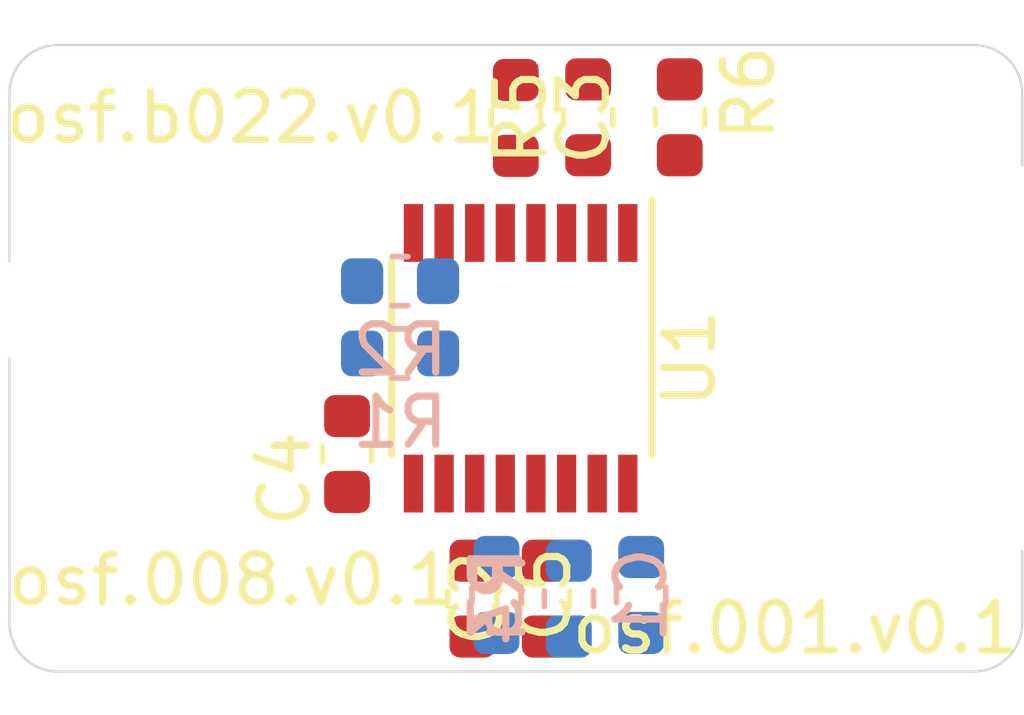
<source format=kicad_pcb>
(kicad_pcb (version 20211014) (generator pcbnew)
  (layers (0 "F.Cu" signal) (1 "In1.Cu" signal) (2 "In2.Cu" signal) (31 "B.Cu" signal) (34 "B.Paste" user) (35 "F.Paste" user) (36 "B.SilkS" user "B.Silkscreen") (37 "F.SilkS" user "F.Silkscreen") (38 "B.Mask" user) (39 "F.Mask" user) (44 "Edge.Cuts" user))
  (net 0 "")
  (net 1 "GND")
  (net 2 "Net-(C1-Pad1)")
  (net 3 "+3V3")
  (net 4 "/Sheet603703E3/DM")
  (net 5 "/Sheet603703E3/DP")
  (net 6 "+5V")
  (net 7 "Net-(R1-Pad2)")
  (net 8 "Net-(R2-Pad2)")
  (net 9 "/Sheet603703E3/SDA")
  (net 10 "/Sheet603703E3/SCL")
  (net 11 "/Sheet603703E3/CS")
  (footprint "Capacitor_SMD:C_0603_1608Metric" (layer "F.Cu") (at 139.6 111.4875 -90)
    (fp_text reference "C2" (at 0 -0.1 90) (layer "F.SilkS"))
    (fp_text value "100nF")
    (fp_line (start -0.162779 0.51) (end 0.162779 0.51) (layer "F.SilkS") (width 0.12))
    (fp_line (start -0.162779 -0.51) (end 0.162779 -0.51) (layer "F.SilkS") (width 0.12))
    (pad "1" smd roundrect locked (at -0.7875 0 270) (size 0.875 0.95) (layers "F.Cu" "F.Paste" "F.Mask") (net 3 "+3V3"))
    (pad "2" smd roundrect locked (at 0.7875 0 270) (size 0.875 0.95) (layers "F.Cu" "F.Paste" "F.Mask") (net 1 "GND"))
  )
  (footprint "Capacitor_SMD:C_0603_1608Metric" (layer "F.Cu") (at 142 101.5 90)
    (fp_text reference "C3" (at 0 -0.1 90) (layer "F.SilkS"))
    (fp_text value "100nF")
    (fp_line (start -0.162779 0.51) (end 0.162779 0.51) (layer "F.SilkS") (width 0.12))
    (fp_line (start -0.162779 -0.51) (end 0.162779 -0.51) (layer "F.SilkS") (width 0.12))
    (pad "1" smd roundrect locked (at -0.7875 0 90) (size 0.875 0.95) (layers "F.Cu" "F.Paste" "F.Mask") (net 3 "+3V3"))
    (pad "2" smd roundrect locked (at 0.7875 0 90) (size 0.875 0.95) (layers "F.Cu" "F.Paste" "F.Mask") (net 1 "GND"))
  )
  (footprint "Capacitor_SMD:C_0603_1608Metric" (layer "F.Cu") (at 137 108.4875 -90)
    (fp_text reference "C4" (at 0.5125 1.3 90) (layer "F.SilkS"))
    (fp_text value "4.7uF")
    (fp_line (start -0.162779 0.51) (end 0.162779 0.51) (layer "F.SilkS") (width 0.12))
    (fp_line (start -0.162779 -0.51) (end 0.162779 -0.51) (layer "F.SilkS") (width 0.12))
    (pad "1" smd roundrect locked (at -0.7875 0 270) (size 0.875 0.95) (layers "F.Cu" "F.Paste" "F.Mask") (net 6 "+5V"))
    (pad "2" smd roundrect locked (at 0.7875 0 270) (size 0.875 0.95) (layers "F.Cu" "F.Paste" "F.Mask") (net 1 "GND"))
  )
  (footprint "Capacitor_SMD:C_0603_1608Metric" (layer "F.Cu") (at 141.1 111.4875 -90)
    (fp_text reference "C5" (at -0.0875 0 90) (layer "F.SilkS"))
    (fp_text value "100nF")
    (fp_line (start -0.162779 -0.51) (end 0.162779 -0.51) (layer "F.SilkS") (width 0.12))
    (fp_line (start -0.162779 0.51) (end 0.162779 0.51) (layer "F.SilkS") (width 0.12))
    (pad "1" smd roundrect locked (at -0.7875 0 270) (size 0.875 0.95) (layers "F.Cu" "F.Paste" "F.Mask") (net 6 "+5V"))
    (pad "2" smd roundrect locked (at 0.7875 0 270) (size 0.875 0.95) (layers "F.Cu" "F.Paste" "F.Mask") (net 1 "GND"))
  )
  (footprint "Resistor_SMD:R_0603_1608Metric" (layer "F.Cu") (at 140.5 101.5125 -90)
    (fp_text reference "R5" (at -0.0125 -0.1 90) (layer "F.SilkS"))
    (fp_text value "1k")
    (fp_line (start -0.162779 -0.51) (end 0.162779 -0.51) (layer "F.SilkS") (width 0.12))
    (fp_line (start -0.162779 0.51) (end 0.162779 0.51) (layer "F.SilkS") (width 0.12))
    (pad "1" smd roundrect locked (at -0.7875 0 270) (size 0.875 0.95) (layers "F.Cu" "F.Paste" "F.Mask") (net 3 "+3V3"))
    (pad "2" smd roundrect locked (at 0.7875 0 270) (size 0.875 0.95) (layers "F.Cu" "F.Paste" "F.Mask") (net 9 "/Sheet603703E3/SDA"))
  )
  (footprint "Resistor_SMD:R_0603_1608Metric" (layer "F.Cu") (at 143.9 101.5 -90)
    (fp_text reference "R6" (at -0.5 -1.43 90) (layer "F.SilkS"))
    (fp_text value "1k")
    (fp_line (start -0.162779 -0.51) (end 0.162779 -0.51) (layer "F.SilkS") (width 0.12))
    (fp_line (start -0.162779 0.51) (end 0.162779 0.51) (layer "F.SilkS") (width 0.12))
    (pad "1" smd roundrect locked (at -0.7875 0 270) (size 0.875 0.95) (layers "F.Cu" "F.Paste" "F.Mask") (net 3 "+3V3"))
    (pad "2" smd roundrect locked (at 0.7875 0 270) (size 0.875 0.95) (layers "F.Cu" "F.Paste" "F.Mask") (net 10 "/Sheet603703E3/SCL"))
  )
  (footprint "Package_SO:SSOP-16_3.9x4.9mm_P0.635mm" (layer "F.Cu") (at 140.6 106.5 -90)
    (fp_text reference "U1" (at 0 -3.5 90) (layer "F.SilkS"))
    (fp_text value "FT201XS")
    (fp_line (start -3.275 -2.725) (end 2 -2.725) (layer "F.SilkS") (width 0.15))
    (fp_line (start -2 2.675) (end 2 2.675) (layer "F.SilkS") (width 0.15))
    (pad "1" smd rect locked (at -2.6 -2.2225 270) (size 1.2 0.4) (layers "F.Cu" "F.Paste" "F.Mask"))
    (pad "2" smd rect locked (at -2.6 -1.5875 270) (size 1.2 0.4) (layers "F.Cu" "F.Paste" "F.Mask") (net 10 "/Sheet603703E3/SCL"))
    (pad "3" smd rect locked (at -2.6 -0.9525 270) (size 1.2 0.4) (layers "F.Cu" "F.Paste" "F.Mask") (net 3 "+3V3"))
    (pad "4" smd rect locked (at -2.6 -0.3175 270) (size 1.2 0.4) (layers "F.Cu" "F.Paste" "F.Mask") (net 9 "/Sheet603703E3/SDA"))
    (pad "5" smd rect locked (at -2.6 0.3175 270) (size 1.2 0.4) (layers "F.Cu" "F.Paste" "F.Mask") (net 1 "GND"))
    (pad "6" smd rect locked (at -2.6 0.9525 270) (size 1.2 0.4) (layers "F.Cu" "F.Paste" "F.Mask"))
    (pad "7" smd rect locked (at -2.6 1.5875 270) (size 1.2 0.4) (layers "F.Cu" "F.Paste" "F.Mask"))
    (pad "8" smd rect locked (at -2.6 2.2225 270) (size 1.2 0.4) (layers "F.Cu" "F.Paste" "F.Mask") (net 8 "Net-(R2-Pad2)"))
    (pad "9" smd rect locked (at 2.6 2.2225 270) (size 1.2 0.4) (layers "F.Cu" "F.Paste" "F.Mask") (net 7 "Net-(R1-Pad2)"))
    (pad "10" smd rect locked (at 2.6 1.5875 270) (size 1.2 0.4) (layers "F.Cu" "F.Paste" "F.Mask") (net 3 "+3V3"))
    (pad "11" smd rect locked (at 2.6 0.9525 270) (size 1.2 0.4) (layers "F.Cu" "F.Paste" "F.Mask") (net 2 "Net-(C1-Pad1)"))
    (pad "12" smd rect locked (at 2.6 0.3175 270) (size 1.2 0.4) (layers "F.Cu" "F.Paste" "F.Mask") (net 6 "+5V"))
    (pad "13" smd rect locked (at 2.6 -0.3175 270) (size 1.2 0.4) (layers "F.Cu" "F.Paste" "F.Mask") (net 1 "GND"))
    (pad "14" smd rect locked (at 2.6 -0.9525 270) (size 1.2 0.4) (layers "F.Cu" "F.Paste" "F.Mask"))
    (pad "15" smd rect locked (at 2.6 -1.5875 270) (size 1.2 0.4) (layers "F.Cu" "F.Paste" "F.Mask") (net 11 "/Sheet603703E3/CS"))
    (pad "16" smd rect locked (at 2.6 -2.2225 270) (size 1.2 0.4) (layers "F.Cu" "F.Paste" "F.Mask"))
  )
  (footprint "Capacitor_SMD:C_0603_1608Metric" (layer "B.Cu") (at 143.1 111.4125 -90)
    (fp_text reference "C1" (at 0 0 -90) (layer "B.SilkS") (effects (justify mirror)))
    (fp_text value "10nF")
    (fp_line (start -0.162779 -0.51) (end 0.162779 -0.51) (layer "B.SilkS") (width 0.12))
    (fp_line (start -0.162779 0.51) (end 0.162779 0.51) (layer "B.SilkS") (width 0.12))
    (pad "1" smd roundrect locked (at -0.7875 0 270) (size 0.875 0.95) (layers "B.Cu" "B.Paste" "B.Mask") (net 2 "Net-(C1-Pad1)"))
    (pad "2" smd roundrect locked (at 0.7875 0 270) (size 0.875 0.95) (layers "B.Cu" "B.Paste" "B.Mask") (net 1 "GND"))
  )
  (footprint "Resistor_SMD:R_0603_1608Metric" (layer "B.Cu") (at 138.1 106.4)
    (fp_text reference "R1" (at 0 1.43) (layer "B.SilkS") (effects (justify mirror)))
    (fp_text value "27R")
    (fp_line (start -0.162779 0.51) (end 0.162779 0.51) (layer "B.SilkS") (width 0.12))
    (fp_line (start -0.162779 -0.51) (end 0.162779 -0.51) (layer "B.SilkS") (width 0.12))
    (pad "1" smd roundrect locked (at -0.7875 0) (size 0.875 0.95) (layers "B.Cu" "B.Paste" "B.Mask") (net 4 "/Sheet603703E3/DM"))
    (pad "2" smd roundrect locked (at 0.7875 0) (size 0.875 0.95) (layers "B.Cu" "B.Paste" "B.Mask") (net 7 "Net-(R1-Pad2)"))
  )
  (footprint "Resistor_SMD:R_0603_1608Metric" (layer "B.Cu") (at 138.1 104.9)
    (fp_text reference "R2" (at 0 1.43) (layer "B.SilkS") (effects (justify mirror)))
    (fp_text value "27R")
    (fp_line (start -0.162779 -0.51) (end 0.162779 -0.51) (layer "B.SilkS") (width 0.12))
    (fp_line (start -0.162779 0.51) (end 0.162779 0.51) (layer "B.SilkS") (width 0.12))
    (pad "1" smd roundrect locked (at -0.7875 0) (size 0.875 0.95) (layers "B.Cu" "B.Paste" "B.Mask") (net 5 "/Sheet603703E3/DP"))
    (pad "2" smd roundrect locked (at 0.7875 0) (size 0.875 0.95) (layers "B.Cu" "B.Paste" "B.Mask") (net 8 "Net-(R2-Pad2)"))
  )
  (footprint "Resistor_SMD:R_0603_1608Metric" (layer "B.Cu") (at 141.6 111.4875 -90)
    (fp_text reference "R4" (at 0 1.43 -90) (layer "B.SilkS") (effects (justify mirror)))
    (fp_text value "1k")
    (fp_line (start -0.162779 0.51) (end 0.162779 0.51) (layer "B.SilkS") (width 0.12))
    (fp_line (start -0.162779 -0.51) (end 0.162779 -0.51) (layer "B.SilkS") (width 0.12))
    (pad "1" smd roundrect locked (at -0.7875 0 270) (size 0.875 0.95) (layers "B.Cu" "B.Paste" "B.Mask") (net 2 "Net-(C1-Pad1)"))
    (pad "2" smd roundrect locked (at 0.7875 0 270) (size 0.875 0.95) (layers "B.Cu" "B.Paste" "B.Mask") (net 1 "GND"))
  )
  (footprint "Resistor_SMD:R_0603_1608Metric" (layer "B.Cu") (at 140.1 111.4125 90)
    (fp_text reference "R3" (at 0.0125 0 270) (layer "B.SilkS") (effects (justify mirror)))
    (fp_text value "1k")
    (fp_line (start -0.162779 0.51) (end 0.162779 0.51) (layer "B.SilkS") (width 0.12))
    (fp_line (start -0.162779 -0.51) (end 0.162779 -0.51) (layer "B.SilkS") (width 0.12))
    (pad "1" smd roundrect locked (at -0.7875 0 90) (size 0.875 0.95) (layers "B.Cu" "B.Paste" "B.Mask") (net 6 "+5V"))
    (pad "2" smd roundrect locked (at 0.7875 0 90) (size 0.875 0.95) (layers "B.Cu" "B.Paste" "B.Mask") (net 2 "Net-(C1-Pad1)"))
  )
  (gr_line (start 130 104.5) (end 130 101) (layer "Edge.Cuts") (width 0.05))
  (gr_line (start 151 102.5) (end 151 101) (layer "Edge.Cuts") (width 0.05))
  (gr_line (start 151 112) (end 151 110.5) (layer "Edge.Cuts") (width 0.05))
  (gr_line (start 150 113) (end 131 113) (layer "Edge.Cuts") (width 0.05))
  (gr_arc (start 151 112) (mid 150.707107 112.707107) (end 150 113) (layer "Edge.Cuts") (width 0.05))
  (gr_line (start 130 112) (end 130 110.5) (layer "Edge.Cuts") (width 0.05))
  (gr_line (start 131 100) (end 150 100) (layer "Edge.Cuts") (width 0.05))
  (gr_arc (start 130 101) (mid 130.292893 100.292893) (end 131 100) (layer "Edge.Cuts") (width 0.05))
  (gr_arc (start 131 113) (mid 130.292893 112.707107) (end 130 112) (layer "Edge.Cuts") (width 0.05))
  (gr_line (start 130 110.5) (end 130 106.5) (layer "Edge.Cuts") (width 0.05))
  (gr_arc (start 150 100) (mid 150.707107 100.292893) (end 151 101) (layer "Edge.Cuts") (width 0.05))
  (gr_text "osf.008.v0.1" (at 134.6 111.1) (layer "F.SilkS") (effects (font (size 1 1))))
  (gr_text "osf.001.v0.1" (at 146.3 112.1) (layer "F.SilkS") (effects (font (size 1 1))))
  (gr_text "osf.b022.v0.1" (at 135 101.5) (layer "F.SilkS") (effects (font (size 1 1))))
)
</source>
